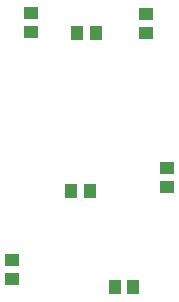
<source format=gbp>
G04*
G04 #@! TF.GenerationSoftware,Altium Limited,Altium Designer,20.0.10 (225)*
G04*
G04 Layer_Color=128*
%FSLAX24Y24*%
%MOIN*%
G70*
G01*
G75*
%ADD19R,0.0512X0.0394*%
%ADD21R,0.0394X0.0512*%
G54D19*
X23010Y13490D02*
D03*
Y14120D02*
D03*
X28190Y17190D02*
D03*
Y16560D02*
D03*
X27470Y22320D02*
D03*
Y21690D02*
D03*
X23650Y22370D02*
D03*
Y21740D02*
D03*
G54D21*
X27060Y13230D02*
D03*
X26430D02*
D03*
X25185Y21700D02*
D03*
X25815D02*
D03*
X25605Y16450D02*
D03*
X24975D02*
D03*
M02*

</source>
